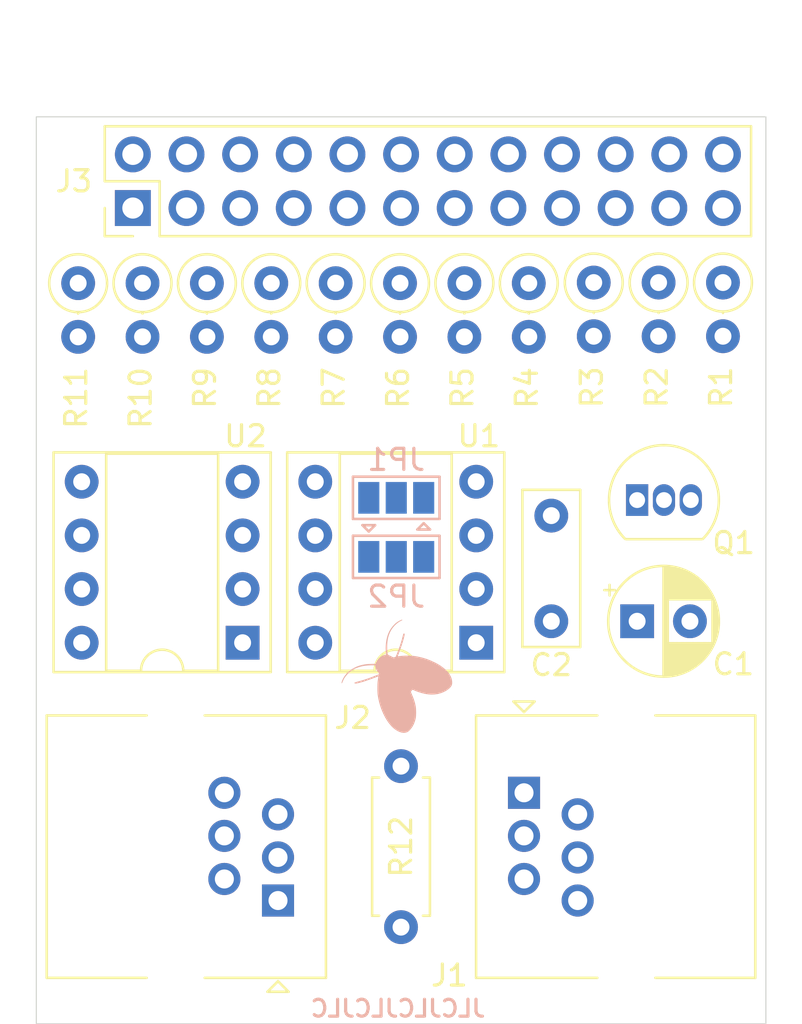
<source format=kicad_pcb>
(kicad_pcb (version 20240108) (generator "pcbnew") (generator_version "8.0")
  (layers (0 "F.Cu" signal) (31 "B.Cu" signal) (34 "B.Paste" user) (35 "F.Paste" user) (36 "B.SilkS" user "B.Silkscreen") (37 "F.SilkS" user "F.Silkscreen") (38 "B.Mask" user) (39 "F.Mask" user) (44 "Edge.Cuts" user))
  (net 0 "")
  (net 1 "+5V")
  (net 2 "GND")
  (net 3 "/BUS_SHORT_6")
  (net 4 "/RS485_B")
  (net 5 "/BUS_SHORT_1")
  (net 6 "/RS485_A")
  (net 7 "/SW_7")
  (net 8 "/SW_3")
  (net 9 "/SW_2")
  (net 10 "/SW_4")
  (net 11 "/LED-")
  (net 12 "/SW_6")
  (net 13 "/SW_8")
  (net 14 "/SW_1")
  (net 15 "/LED+")
  (net 16 "/SW_5")
  (net 17 "/PB2")
  (net 18 "/PB1")
  (net 19 "Net-(JP1-C)")
  (net 20 "Net-(JP2-C)")
  (net 21 "/PB5")
  (net 22 "/PB4")
  (net 23 "/PB0")
  (net 24 "/PB3")
  (footprint "Package_DIP:DIP-8_W7.62mm_Socket" (layer "F.Cu") (at 165.608 68.58 180)
    (property "Reference" "U1" (at -0.127 9.779 180) (layer "F.SilkS"))
    (property "Value" "ATtiny13A-P")
    (fp_line (start 8.95 9.01) (end 8.95 -1.39) (stroke (width 0.12)) (layer "F.SilkS"))
    (fp_line (start 8.95 -1.39) (end -1.33 -1.39) (stroke (width 0.12)) (layer "F.SilkS"))
    (fp_line (start 6.46 8.95) (end 6.46 -1.33) (stroke (width 0.12)) (layer "F.SilkS"))
    (fp_line (start 6.46 -1.33) (end 4.81 -1.33) (stroke (width 0.12)) (layer "F.SilkS"))
    (fp_line (start 2.81 -1.33) (end 1.16 -1.33) (stroke (width 0.12)) (layer "F.SilkS"))
    (fp_line (start 1.16 8.95) (end 6.46 8.95) (stroke (width 0.12)) (layer "F.SilkS"))
    (fp_line (start 1.16 -1.33) (end 1.16 8.95) (stroke (width 0.12)) (layer "F.SilkS"))
    (fp_line (start -1.33 9.01) (end 8.95 9.01) (stroke (width 0.12)) (layer "F.SilkS"))
    (fp_line (start -1.33 -1.39) (end -1.33 9.01) (stroke (width 0.12)) (layer "F.SilkS"))
    (fp_arc (start 4.81 -1.33) (mid 3.81 -0.33) (end 2.81 -1.33) (stroke (width 0.12)) (layer "F.SilkS"))
    (pad "1" thru_hole rect (at 0 0 180) (size 1.6 1.6) (drill 0.8) (layers "*.Cu" "*.Mask"))
    (pad "2" thru_hole oval (at 0 2.54 180) (size 1.6 1.6) (drill 0.8) (layers "*.Cu" "*.Mask") (net 24 "/PB3"))
    (pad "3" thru_hole oval (at 0 5.08 180) (size 1.6 1.6) (drill 0.8) (layers "*.Cu" "*.Mask") (net 22 "/PB4"))
    (pad "4" thru_hole oval (at 0 7.62 180) (size 1.6 1.6) (drill 0.8) (layers "*.Cu" "*.Mask") (net 2 "GND"))
    (pad "5" thru_hole oval (at 7.62 7.62 180) (size 1.6 1.6) (drill 0.8) (layers "*.Cu" "*.Mask") (net 23 "/PB0"))
    (pad "6" thru_hole oval (at 7.62 5.08 180) (size 1.6 1.6) (drill 0.8) (layers "*.Cu" "*.Mask") (net 18 "/PB1"))
    (pad "7" thru_hole oval (at 7.62 2.54 180) (size 1.6 1.6) (drill 0.8) (layers "*.Cu" "*.Mask") (net 17 "/PB2"))
    (pad "8" thru_hole oval (at 7.62 0 180) (size 1.6 1.6) (drill 0.8) (layers "*.Cu" "*.Mask") (net 1 "+5V"))
  )
  (footprint "Resistor_THT:R_Axial_DIN0207_L6.3mm_D2.5mm_P2.54mm_Vertical" (layer "F.Cu") (at 152.8572 51.562 -90)
    (property "Reference" "R9" (at 4.95581 0.095 90) (layer "F.SilkS"))
    (property "Value" "R")
    (fp_line (start 1.37 0) (end 1.44 0) (stroke (width 0.12)) (layer "F.SilkS"))
    (fp_circle (center 0 0) (end 1.37 0) (stroke (width 0.12)) (fill none) (layer "F.SilkS"))
    (pad "1" thru_hole circle (at 0 0 270) (size 1.6 1.6) (drill 0.8) (layers "*.Cu" "*.Mask") (net 1 "+5V"))
    (pad "2" thru_hole oval (at 2.54 0 270) (size 1.6 1.6) (drill 0.8) (layers "*.Cu" "*.Mask") (net 19 "Net-(JP1-C)"))
  )
  (footprint "Connector_RJ:RJ25_Wayconn_MJEA-660X1_Horizontal" (layer "F.Cu") (at 156.224 80.782 -90)
    (property "Reference" "J2" (at -8.646 -3.536 180) (layer "F.SilkS"))
    (property "Value" "6P6C")
    (fp_line (start -8.76 10.95) (end 3.66 10.95) (stroke (width 0.12)) (layer "F.SilkS"))
    (fp_line (start -8.76 6.22) (end -8.76 10.95) (stroke (width 0.12)) (layer "F.SilkS"))
    (fp_line (start 3.66 6.22) (end 3.66 10.95) (stroke (width 0.12)) (layer "F.SilkS"))
    (fp_line (start 3.82 0) (end 4.32 0.5) (stroke (width 0.12)) (layer "F.SilkS"))
    (fp_line (start 4.32 -0.5) (end 4.32 0.5) (stroke (width 0.12)) (layer "F.SilkS"))
    (fp_line (start 4.32 -0.5) (end 3.82 0) (stroke (width 0.12)) (layer "F.SilkS"))
    (fp_line (start -8.76 -2.27) (end -8.76 3.47) (stroke (width 0.12)) (layer "F.SilkS"))
    (fp_line (start -8.76 -2.27) (end 3.66 -2.27) (stroke (width 0.12)) (layer "F.SilkS"))
    (fp_line (start 3.66 -2.27) (end 3.66 3.47) (stroke (width 0.12)) (layer "F.SilkS"))
    (pad "" np_thru_hole circle (at -8.55 4.84 270) (size 2.3 2.3) (drill 2.3) (layers "*.Cu" "*.Mask"))
    (pad "" np_thru_hole circle (at 3.45 4.84 270) (size 2.3 2.3) (drill 2.3) (layers "*.Cu" "*.Mask"))
    (pad "1" thru_hole rect (at 0 0 270) (size 1.52 1.52) (drill 0.9) (layers "*.Cu" "*.Mask") (net 5 "/BUS_SHORT_1"))
    (pad "2" thru_hole circle (at -1.02 2.54 270) (size 1.52 1.52) (drill 0.9) (layers "*.Cu" "*.Mask") (net 2 "GND"))
    (pad "3" thru_hole circle (at -2.04 0 270) (size 1.52 1.52) (drill 0.9) (layers "*.Cu" "*.Mask") (net 1 "+5V"))
    (pad "4" thru_hole circle (at -3.06 2.54 270) (size 1.52 1.52) (drill 0.9) (layers "*.Cu" "*.Mask") (net 4 "/RS485_B"))
    (pad "5" thru_hole circle (at -4.08 0 270) (size 1.52 1.52) (drill 0.9) (layers "*.Cu" "*.Mask") (net 6 "/RS485_A"))
    (pad "6" thru_hole circle (at -5.1 2.54 270) (size 1.52 1.52) (drill 0.9) (layers "*.Cu" "*.Mask") (net 3 "/BUS_SHORT_6"))
  )
  (footprint "Resistor_THT:R_Axial_DIN0207_L6.3mm_D2.5mm_P2.54mm_Vertical" (layer "F.Cu") (at 162.0012 51.562 -90)
    (property "Reference" "R6" (at 4.95581 0.095 90) (layer "F.SilkS"))
    (property "Value" "R")
    (fp_line (start 1.37 0) (end 1.44 0) (stroke (width 0.12)) (layer "F.SilkS"))
    (fp_circle (center 0 0) (end 1.37 0) (stroke (width 0.12)) (fill none) (layer "F.SilkS"))
    (pad "1" thru_hole circle (at 0 0 270) (size 1.6 1.6) (drill 0.8) (layers "*.Cu" "*.Mask") (net 12 "/SW_6"))
    (pad "2" thru_hole oval (at 2.54 0 270) (size 1.6 1.6) (drill 0.8) (layers "*.Cu" "*.Mask") (net 19 "Net-(JP1-C)"))
  )
  (footprint "Resistor_THT:R_Axial_DIN0207_L6.3mm_D2.5mm_P7.62mm_Horizontal" (layer "F.Cu") (at 162.048 82.042 90)
    (property "Reference" "R12" (at 3.81 0 270) (layer "F.SilkS"))
    (property "Value" "R")
    (fp_line (start 7.08 -1.37) (end 7.08 -1.04) (stroke (width 0.12)) (layer "F.SilkS"))
    (fp_line (start 0.54 -1.37) (end 7.08 -1.37) (stroke (width 0.12)) (layer "F.SilkS"))
    (fp_line (start 0.54 -1.04) (end 0.54 -1.37) (stroke (width 0.12)) (layer "F.SilkS"))
    (fp_line (start 0.54 1.04) (end 0.54 1.37) (stroke (width 0.12)) (layer "F.SilkS"))
    (fp_line (start 7.08 1.37) (end 7.08 1.04) (stroke (width 0.12)) (layer "F.SilkS"))
    (fp_line (start 0.54 1.37) (end 7.08 1.37) (stroke (width 0.12)) (layer "F.SilkS"))
    (pad "1" thru_hole circle (at 0 0 90) (size 1.6 1.6) (drill 0.8) (layers "*.Cu" "*.Mask") (net 6 "/RS485_A"))
    (pad "2" thru_hole oval (at 7.62 0 90) (size 1.6 1.6) (drill 0.8) (layers "*.Cu" "*.Mask") (net 4 "/RS485_B"))
  )
  (footprint "Resistor_THT:R_Axial_DIN0207_L6.3mm_D2.5mm_P2.54mm_Vertical" (layer "F.Cu") (at 174.244 51.533 -90)
    (property "Reference" "R2" (at 4.95581 0.095 90) (layer "F.SilkS"))
    (property "Value" "R")
    (fp_line (start 1.37 0) (end 1.44 0) (stroke (width 0.12)) (layer "F.SilkS"))
    (fp_circle (center 0 0) (end 1.37 0) (stroke (width 0.12)) (fill none) (layer "F.SilkS"))
    (pad "1" thru_hole circle (at 0 0 270) (size 1.6 1.6) (drill 0.8) (layers "*.Cu" "*.Mask") (net 9 "/SW_2"))
    (pad "2" thru_hole oval (at 2.54 0 270) (size 1.6 1.6) (drill 0.8) (layers "*.Cu" "*.Mask") (net 19 "Net-(JP1-C)"))
  )
  (footprint "Capacitor_THT:C_Rect_L7.2mm_W2.5mm_P5.00mm_FKS2_FKP2_MKS2_MKP2" (layer "F.Cu") (at 169.164 67.564 90)
    (property "Reference" "C2" (at -2.072 0 0) (layer "F.SilkS"))
    (property "Value" "100nF")
    (fp_line (start 6.22 -1.37) (end 6.22 1.37) (stroke (width 0.12)) (layer "F.SilkS"))
    (fp_line (start -1.22 -1.37) (end 6.22 -1.37) (stroke (width 0.12)) (layer "F.SilkS"))
    (fp_line (start -1.22 -1.37) (end -1.22 1.37) (stroke (width 0.12)) (layer "F.SilkS"))
    (fp_line (start -1.22 1.37) (end 6.22 1.37) (stroke (width 0.12)) (layer "F.SilkS"))
    (pad "1" thru_hole circle (at 0 0 90) (size 1.6 1.6) (drill 0.8) (layers "*.Cu" "*.Mask") (net 1 "+5V"))
    (pad "2" thru_hole circle (at 5 0 90) (size 1.6 1.6) (drill 0.8) (layers "*.Cu" "*.Mask") (net 2 "GND"))
  )
  (footprint "Package_TO_SOT_THT:TO-92_Inline" (layer "F.Cu") (at 173.228 61.828)
    (property "Reference" "Q1" (at 4.572 2.032 0) (layer "F.SilkS"))
    (property "Value" "2N7000")
    (fp_line (start -0.53 1.85) (end 3.07 1.85) (stroke (width 0.12)) (layer "F.SilkS"))
    (fp_arc (start -0.568478 1.838478) (mid -1.132087 -0.994977) (end 1.27 -2.6) (stroke (width 0.12)) (layer "F.SilkS"))
    (fp_arc (start 1.27 -2.6) (mid 3.672087 -0.994977) (end 3.108478 1.838478) (stroke (width 0.12)) (layer "F.SilkS"))
    (pad "1" thru_hole rect (at 0 0) (size 1.05 1.5) (drill 0.75) (layers "*.Cu" "*.Mask") (net 2 "GND"))
    (pad "2" thru_hole oval (at 1.27 0) (size 1.05 1.5) (drill 0.75) (layers "*.Cu" "*.Mask") (net 20 "Net-(JP2-C)"))
    (pad "3" thru_hole oval (at 2.54 0) (size 1.05 1.5) (drill 0.75) (layers "*.Cu" "*.Mask") (net 11 "/LED-"))
  )
  (footprint "Package_DIP:DIP-8_W7.62mm_Socket" (layer "F.Cu") (at 154.548 68.58 180)
    (property "Reference" "U2" (at -0.138 9.779 180) (layer "F.SilkS"))
    (property "Value" "MAX487E")
    (fp_line (start 8.95 9.01) (end 8.95 -1.39) (stroke (width 0.12)) (layer "F.SilkS"))
    (fp_line (start 8.95 -1.39) (end -1.33 -1.39) (stroke (width 0.12)) (layer "F.SilkS"))
    (fp_line (start 6.46 8.95) (end 6.46 -1.33) (stroke (width 0.12)) (layer "F.SilkS"))
    (fp_line (start 6.46 -1.33) (end 4.81 -1.33) (stroke (width 0.12)) (layer "F.SilkS"))
    (fp_line (start 2.81 -1.33) (end 1.16 -1.33) (stroke (width 0.12)) (layer "F.SilkS"))
    (fp_line (start 1.16 8.95) (end 6.46 8.95) (stroke (width 0.12)) (layer "F.SilkS"))
    (fp_line (start 1.16 -1.33) (end 1.16 8.95) (stroke (width 0.12)) (layer "F.SilkS"))
    (fp_line (start -1.33 9.01) (end 8.95 9.01) (stroke (width 0.12)) (layer "F.SilkS"))
    (fp_line (start -1.33 -1.39) (end -1.33 9.01) (stroke (width 0.12)) (layer "F.SilkS"))
    (fp_arc (start 4.81 -1.33) (mid 3.81 -0.33) (end 2.81 -1.33) (stroke (width 0.12)) (layer "F.SilkS"))
    (pad "1" thru_hole rect (at 0 0 180) (size 1.6 1.6) (drill 0.8) (layers "*.Cu" "*.Mask") (net 24 "/PB3"))
    (pad "2" thru_hole oval (at 0 2.54 180) (size 1.6 1.6) (drill 0.8) (layers "*.Cu" "*.Mask") (net 23 "/PB0"))
    (pad "3" thru_hole oval (at 0 5.08 180) (size 1.6 1.6) (drill 0.8) (layers "*.Cu" "*.Mask") (net 23 "/PB0"))
    (pad "4" thru_hole oval (at 0 7.62 180) (size 1.6 1.6) (drill 0.8) (layers "*.Cu" "*.Mask") (net 22 "/PB4"))
    (pad "5" thru_hole oval (at 7.62 7.62 180) (size 1.6 1.6) (drill 0.8) (layers "*.Cu" "*.Mask") (net 2 "GND"))
    (pad "6" thru_hole oval (at 7.62 5.08 180) (size 1.6 1.6) (drill 0.8) (layers "*.Cu" "*.Mask") (net 6 "/RS485_A"))
    (pad "7" thru_hole oval (at 7.62 2.54 180) (size 1.6 1.6) (drill 0.8) (layers "*.Cu" "*.Mask") (net 4 "/RS485_B"))
    (pad "8" thru_hole oval (at 7.62 0 180) (size 1.6 1.6) (drill 0.8) (layers "*.Cu" "*.Mask") (net 1 "+5V"))
  )
  (footprint "Resistor_THT:R_Axial_DIN0207_L6.3mm_D2.5mm_P2.54mm_Vertical" (layer "F.Cu") (at 149.8092 51.562 -90)
    (property "Reference" "R10" (at 5.432 0.095 90) (layer "F.SilkS"))
    (property "Value" "10k")
    (fp_line (start 1.37 0) (end 1.44 0) (stroke (width 0.12)) (layer "F.SilkS"))
    (fp_circle (center 0 0) (end 1.37 0) (stroke (width 0.12)) (fill none) (layer "F.SilkS"))
    (pad "1" thru_hole circle (at 0 0 270) (size 1.6 1.6) (drill 0.8) (layers "*.Cu" "*.Mask") (net 1 "+5V"))
    (pad "2" thru_hole oval (at 2.54 0 270) (size 1.6 1.6) (drill 0.8) (layers "*.Cu" "*.Mask") (net 21 "/PB5"))
  )
  (footprint "Resistor_THT:R_Axial_DIN0207_L6.3mm_D2.5mm_P2.54mm_Vertical" (layer "F.Cu") (at 158.9532 51.562 -90)
    (property "Reference" "R7" (at 4.95581 0.095 90) (layer "F.SilkS"))
    (property "Value" "R")
    (fp_line (start 1.37 0) (end 1.44 0) (stroke (width 0.12)) (layer "F.SilkS"))
    (fp_circle (center 0 0) (end 1.37 0) (stroke (width 0.12)) (fill none) (layer "F.SilkS"))
    (pad "1" thru_hole circle (at 0 0 270) (size 1.6 1.6) (drill 0.8) (layers "*.Cu" "*.Mask") (net 7 "/SW_7"))
    (pad "2" thru_hole oval (at 2.54 0 270) (size 1.6 1.6) (drill 0.8) (layers "*.Cu" "*.Mask") (net 19 "Net-(JP1-C)"))
  )
  (footprint "Capacitor_THT:CP_Radial_D5.0mm_P2.50mm" (layer "F.Cu") (at 173.228 67.564)
    (property "Reference" "C1" (at 4.552 2.032 0) (layer "F.SilkS"))
    (property "Value" "10uF")
    (fp_line (start -1.554775 -1.475) (end -1.054775 -1.475) (stroke (width 0.12)) (layer "F.SilkS"))
    (fp_line (start -1.304775 -1.725) (end -1.304775 -1.225) (stroke (width 0.12)) (layer "F.SilkS"))
    (fp_line (start 1.25 -2.58) (end 1.25 2.58) (stroke (width 0.12)) (layer "F.SilkS"))
    (fp_line (start 1.29 -2.58) (end 1.29 2.58) (stroke (width 0.12)) (layer "F.SilkS"))
    (fp_line (start 1.33 -2.579) (end 1.33 2.579) (stroke (width 0.12)) (layer "F.SilkS"))
    (fp_line (start 1.37 -2.578) (end 1.37 2.578) (stroke (width 0.12)) (layer "F.SilkS"))
    (fp_line (start 1.41 -2.576) (end 1.41 2.576) (stroke (width 0.12)) (layer "F.SilkS"))
    (fp_line (start 1.45 -2.573) (end 1.45 2.573) (stroke (width 0.12)) (layer "F.SilkS"))
    (fp_line (start 1.49 -2.569) (end 1.49 -1.04) (stroke (width 0.12)) (layer "F.SilkS"))
    (fp_line (start 1.49 1.04) (end 1.49 2.569) (stroke (width 0.12)) (layer "F.SilkS"))
    (fp_line (start 1.53 -2.565) (end 1.53 -1.04) (stroke (width 0.12)) (layer "F.SilkS"))
    (fp_line (start 1.53 1.04) (end 1.53 2.565) (stroke (width 0.12)) (layer "F.SilkS"))
    (fp_line (start 1.57 -2.561) (end 1.57 -1.04) (stroke (width 0.12)) (layer "F.SilkS"))
    (fp_line (start 1.57 1.04) (end 1.57 2.561) (stroke (width 0.12)) (layer "F.SilkS"))
    (fp_line (start 1.61 -2.556) (end 1.61 -1.04) (stroke (width 0.12)) (layer "F.SilkS"))
    (fp_line (start 1.61 1.04) (end 1.61 2.556) (stroke (width 0.12)) (layer "F.SilkS"))
    (fp_line (start 1.65 -2.55) (end 1.65 -1.04) (stroke (width 0.12)) (layer "F.SilkS"))
    (fp_line (start 1.65 1.04) (end 1.65 2.55) (stroke (width 0.12)) (layer "F.SilkS"))
    (fp_line (start 1.69 -2.543) (end 1.69 -1.04) (stroke (width 0.12)) (layer "F.SilkS"))
    (fp_line (start 1.69 1.04) (end 1.69 2.543) (stroke (width 0.12)) (layer "F.SilkS"))
    (fp_line (start 1.73 -2.536) (end 1.73 -1.04) (stroke (width 0.12)) (layer "F.SilkS"))
    (fp_line (start 1.73 1.04) (end 1.73 2.536) (stroke (width 0.12)) (layer "F.SilkS"))
    (fp_line (start 1.77 -2.528) (end 1.77 -1.04) (stroke (width 0.12)) (layer "F.SilkS"))
    (fp_line (start 1.77 1.04) (end 1.77 2.528) (stroke (width 0.12)) (layer "F.SilkS"))
    (fp_line (start 1.81 -2.52) (end 1.81 -1.04) (stroke (width 0.12)) (layer "F.SilkS"))
    (fp_line (start 1.81 1.04) (end 1.81 2.52) (stroke (width 0.12)) (layer "F.SilkS"))
    (fp_line (start 1.85 -2.511) (end 1.85 -1.04) (stroke (width 0.12)) (layer "F.SilkS"))
    (fp_line (start 1.85 1.04) (end 1.85 2.511) (stroke (width 0.12)) (layer "F.SilkS"))
    (fp_line (start 1.89 -2.501) (end 1.89 -1.04) (stroke (width 0.12)) (layer "F.SilkS"))
    (fp_line (start 1.89 1.04) (end 1.89 2.501) (stroke (width 0.12)) (layer "F.SilkS"))
    (fp_line (start 1.93 -2.491) (end 1.93 -1.04) (stroke (width 0.12)) (layer "F.SilkS"))
    (fp_line (start 1.93 1.04) (end 1.93 2.491) (stroke (width 0.12)) (layer "F.SilkS"))
    (fp_line (start 1.971 -2.48) (end 1.971 -1.04) (stroke (width 0.12)) (layer "F.SilkS"))
    (fp_line (start 1.971 1.04) (end 1.971 2.48) (stroke (width 0.12)) (layer "F.SilkS"))
    (fp_line (start 2.011 -2.468) (end 2.011 -1.04) (stroke (width 0.12)) (layer "F.SilkS"))
    (fp_line (start 2.011 1.04) (end 2.011 2.468) (stroke (width 0.12)) (layer "F.SilkS"))
    (fp_line (start 2.051 -2.455) (end 2.051 -1.04) (stroke (width 0.12)) (layer "F.SilkS"))
    (fp_line (start 2.051 1.04) (end 2.051 2.455) (stroke (width 0.12)) (layer "F.SilkS"))
    (fp_line (start 2.091 -2.442) (end 2.091 -1.04) (stroke (width 0.12)) (layer "F.SilkS"))
    (fp_line (start 2.091 1.04) (end 2.091 2.442) (stroke (width 0.12)) (layer "F.SilkS"))
    (fp_line (start 2.131 -2.428) (end 2.131 -1.04) (stroke (width 0.12)) (layer "F.SilkS"))
    (fp_line (start 2.131 1.04) (end 2.131 2.428) (stroke (width 0.12)) (layer "F.SilkS"))
    (fp_line (start 2.171 -2.414) (end 2.171 -1.04) (stroke (width 0.12)) (layer "F.SilkS"))
    (fp_line (start 2.171 1.04) (end 2.171 2.414) (stroke (width 0.12)) (layer "F.SilkS"))
    (fp_line (start 2.211 -2.398) (end 2.211 -1.04) (stroke (width 0.12)) (layer "F.SilkS"))
    (fp_line (start 2.211 1.04) (end 2.211 2.398) (stroke (width 0.12)) (layer "F.SilkS"))
    (fp_line (start 2.251 -2.382) (end 2.251 -1.04) (stroke (width 0.12)) (layer "F.SilkS"))
    (fp_line (start 2.251 1.04) (end 2.251 2.382) (stroke (width 0.12)) (layer "F.SilkS"))
    (fp_line (start 2.291 -2.365) (end 2.291 -1.04) (stroke (width 0.12)) (layer "F.SilkS"))
    (fp_line (start 2.291 1.04) (end 2.291 2.365) (stroke (width 0.12)) (layer "F.SilkS"))
    (fp_line (start 2.331 -2.348) (end 2.331 -1.04) (stroke (width 0.12)) (layer "F.SilkS"))
    (fp_line (start 2.331 1.04) (end 2.331 2.348) (stroke (width 0.12)) (layer "F.SilkS"))
    (fp_line (start 2.371 -2.329) (end 2.371 -1.04) (stroke (width 0.12)) (layer "F.SilkS"))
    (fp_line (start 2.371 1.04) (end 2.371 2.329) (stroke (width 0.12)) (layer "F.SilkS"))
    (fp_line (start 2.411 -2.31) (end 2.411 -1.04) (stroke (width 0.12)) (layer "F.SilkS"))
    (fp_line (start 2.411 1.04) (end 2.411 2.31) (stroke (width 0.12)) (layer "F.SilkS"))
    (fp_line (start 2.451 -2.29) (end 2.451 -1.04) (stroke (width 0.12)) (layer "F.SilkS"))
    (fp_line (start 2.451 1.04) (end 2.451 2.29) (stroke (width 0.12)) (layer "F.SilkS"))
    (fp_line (start 2.491 -2.268) (end 2.491 -1.04) (stroke (width 0.12)) (layer "F.SilkS"))
    (fp_line (start 2.491 1.04) (end 2.491 2.268) (stroke (width 0.12)) (layer "F.SilkS"))
    (fp_line (start 2.531 -2.247) (end 2.531 -1.04) (stroke (width 0.12)) (layer "F.SilkS"))
    (fp_line (start 2.531 1.04) (end 2.531 2.247) (stroke (width 0.12)) (layer "F.SilkS"))
    (fp_line (start 2.571 -2.224) (end 2.571 -1.04) (stroke (width 0.12)) (layer "F.SilkS"))
    (fp_line (start 2.571 1.04) (end 2.571 2.224) (stroke (width 0.12)) (layer "F.SilkS"))
    (fp_line (start 2.611 -2.2) (end 2.611 -1.04) (stroke (width 0.12)) (layer "F.SilkS"))
    (fp_line (start 2.611 1.04) (end 2.611 2.2) (stroke (width 0.12)) (layer "F.SilkS"))
    (fp_line (start 2.651 -2.175) (end 2.651 -1.04) (stroke (width 0.12)) (layer "F.SilkS"))
    (fp_line (start 2.651 1.04) (end 2.651 2.175) (stroke (width 0.12)) (layer "F.SilkS"))
    (fp_line (start 2.691 -2.149) (end 2.691 -1.04) (stroke (width 0.12)) (layer "F.SilkS"))
    (fp_line (start 2.691 1.04) (end 2.691 2.149) (stroke (width 0.12)) (layer "F.SilkS"))
    (fp_line (start 2.731 -2.122) (end 2.731 -1.04) (stroke (width 0.12)) (layer "F.SilkS"))
    (fp_line (start 2.731 1.04) (end 2.731 2.122) (stroke (width 0.12)) (layer "F.SilkS"))
    (fp_line (start 2.771 -2.095) (end 2.771 -1.04) (stroke (width 0.12)) (layer "F.SilkS"))
    (fp_line (start 2.771 1.04) (end 2.771 2.095) (stroke (width 0.12)) (layer "F.SilkS"))
    (fp_line (start 2.811 -2.065) (end 2.811 -1.04) (stroke (width 0.12)) (layer "F.SilkS"))
    (fp_line (start 2.811 1.04) (end 2.811 2.065) (stroke (width 0.12)) (layer "F.SilkS"))
    (fp_line (start 2.851 -2.035) (end 2.851 -1.04) (stroke (width 0.12)) (layer "F.SilkS"))
    (fp_line (start 2.851 1.04) (end 2.851 2.035) (stroke (width 0.12)) (layer "F.SilkS"))
    (fp_line (start 2.891 -2.004) (end 2.891 -1.04) (stroke (width 0.12)) (layer "F.SilkS"))
    (fp_line (start 2.891 1.04) (end 2.891 2.004) (stroke (width 0.12)) (layer "F.SilkS"))
    (fp_line (start 2.931 -1.971) (end 2.931 -1.04) (stroke (width 0.12)) (layer "F.SilkS"))
    (fp_line (start 2.931 1.04) (end 2.931 1.971) (stroke (width 0.12)) (layer "F.SilkS"))
    (fp_line (start 2.971 -1.937) (end 2.971 -1.04) (stroke (width 0.12)) (layer "F.SilkS"))
    (fp_line (start 2.971 1.04) (end 2.971 1.937) (stroke (width 0.12)) (layer "F.SilkS"))
    (fp_line (start 3.011 -1.901) (end 3.011 -1.04) (stroke (width 0.12)) (layer "F.SilkS"))
    (fp_line (start 3.011 1.04) (end 3.011 1.901) (stroke (width 0.12)) (layer "F.SilkS"))
    (fp_line (start 3.051 -1.864) (end 3.051 -1.04) (stroke (width 0.12)) (layer "F.SilkS"))
    (fp_line (start 3.051 1.04) (end 3.051 1.864) (stroke (width 0.12)) (layer "F.SilkS"))
    (fp_line (start 3.091 -1.826) (end 3.091 -1.04) (stroke (width 0.12)) (layer "F.SilkS"))
    (fp_line (start 3.091 1.04) (end 3.091 1.826) (stroke (width 0.12)) (layer "F.SilkS"))
    (fp_line (start 3.131 -1.785) (end 3.131 -1.04) (stroke (width 0.12)) (layer "F.SilkS"))
    (fp_line (start 3.131 1.04) (end 3.131 1.785) (stroke (width 0.12)) (layer "F.SilkS"))
    (fp_line (start 3.171 -1.743) (end 3.171 -1.04) (stroke (width 0.12)) (layer "F.SilkS"))
    (fp_line (start 3.171 1.04) (end 3.171 1.743) (stroke (width 0.12)) (layer "F.SilkS"))
    (fp_line (start 3.211 -1.699) (end 3.211 -1.04) (stroke (width 0.12)) (layer "F.SilkS"))
    (fp_line (start 3.211 1.04) (end 3.211 1.699) (stroke (width 0.12)) (layer "F.SilkS"))
    (fp_line (start 3.251 -1.653) (end 3.251 -1.04) (stroke (width 0.12)) (layer "F.SilkS"))
    (fp_line (start 3.251 1.04) (end 3.251 1.653) (stroke (width 0.12)) (layer "F.SilkS"))
    (fp_line (start 3.291 -1.605) (end 3.291 -1.04) (stroke (width 0.12)) (layer "F.SilkS"))
    (fp_line (start 3.291 1.04) (end 3.291 1.605) (stroke (width 0.12)) (layer "F.SilkS"))
    (fp_line (start 3.331 -1.554) (end 3.331 -1.04) (stroke (width 0.12)) (layer "F.SilkS"))
    (fp_line (start 3.331 1.04) (end 3.331 1.554) (stroke (width 0.12)) (layer "F.SilkS"))
    (fp_line (start 3.371 -1.5) (end 3.371 -1.04) (stroke (width 0.12)) (layer "F.SilkS"))
    (fp_line (start 3.371 1.04) (end 3.371 1.5) (stroke (width 0.12)) (layer "F.SilkS"))
    (fp_line (start 3.411 -1.443) (end 3.411 -1.04) (stroke (width 0.12)) (layer "F.SilkS"))
    (fp_line (start 3.411 1.04) (end 3.411 1.443) (stroke (width 0.12)) (layer "F.SilkS"))
    (fp_line (start 3.451 -1.383) (end 3.451 -1.04) (stroke (width 0.12)) (layer "F.SilkS"))
    (fp_line (start 3.451 1.04) (end 3.451 1.383) (stroke (width 0.12)) (layer "F.SilkS"))
    (fp_line (start 3.491 -1.319) (end 3.491 -1.04) (stroke (width 0.12)) (layer "F.SilkS"))
    (fp_line (start 3.491 1.04) (end 3.491 1.319) (stroke (width 0.12)) (layer "F.SilkS"))
    (fp_line (start 3.531 -1.251) (end 3.531 -1.04) (stroke (width 0.12)) (layer "F.SilkS"))
    (fp_line (start 3.531 1.04) (end 3.531 1.251) (stroke (width 0.12)) (layer "F.SilkS"))
    (fp_line (start 3.571 -1.178) (end 3.571 1.178) (stroke (width 0.12)) (layer "F.SilkS"))
    (fp_line (start 3.611 -1.098) (end 3.611 1.098) (stroke (width 0.12)) (layer "F.SilkS"))
    (fp_line (start 3.651 -1.011) (end 3.651 1.011) (stroke (width 0.12)) (layer "F.SilkS"))
    (fp_line (start 3.691 -0.915) (end 3.691 0.915) (stroke (width 0.12)) (layer "F.SilkS"))
    (fp_line (start 3.731 -0.805) (end 3.731 0.805) (stroke (width 0.12)) (layer "F.SilkS"))
    (fp_line (start 3.771 -0.677) (end 3.771 0.677) (stroke (width 0.12)) (layer "F.SilkS"))
    (fp_line (start 3.811 -0.518) (end 3.811 0.518) (stroke (width 0.12)) (layer "F.SilkS"))
    (fp_line (start 3.851 -0.284) (end 3.851 0.284) (stroke (width 0.12)) (layer "F.SilkS"))
    (fp_circle (center 1.25 0) (end 3.87 0) (stroke (width 0.12)) (fill none) (layer "F.SilkS"))
    (pad "1" thru_hole rect (at 0 0) (size 1.6 1.6) (drill 0.8) (layers "*.Cu" "*.Mask") (net 1 "+5V"))
    (pad "2" thru_hole circle (at 2.5 0) (size 1.6 1.6) (drill 0.8) (layers "*.Cu" "*.Mask") (net 2 "GND"))
  )
  (footprint "Resistor_THT:R_Axial_DIN0207_L6.3mm_D2.5mm_P2.54mm_Vertical" (layer "F.Cu") (at 177.292 51.533 -90)
    (property "Reference" "R1" (at 4.95581 0.095 90) (layer "F.SilkS"))
    (property "Value" "R")
    (fp_line (start 1.37 0) (end 1.44 0) (stroke (width 0.12)) (layer "F.SilkS"))
    (fp_circle (center 0 0) (end 1.37 0) (stroke (width 0.12)) (fill none) (layer "F.SilkS"))
    (pad "1" thru_hole circle (at 0 0 270) (size 1.6 1.6) (drill 0.8) (layers "*.Cu" "*.Mask") (net 14 "/SW_1"))
    (pad "2" thru_hole oval (at 2.54 0 270) (size 1.6 1.6) (drill 0.8) (layers "*.Cu" "*.Mask") (net 19 "Net-(JP1-C)"))
  )
  (footprint "Resistor_THT:R_Axial_DIN0207_L6.3mm_D2.5mm_P2.54mm_Vertical" (layer "F.Cu") (at 171.1732 51.533 -90)
    (property "Reference" "R3" (at 4.95581 0.095 90) (layer "F.SilkS"))
    (property "Value" "R")
    (fp_line (start 1.37 0) (end 1.44 0) (stroke (width 0.12)) (layer "F.SilkS"))
    (fp_circle (center 0 0) (end 1.37 0) (stroke (width 0.12)) (fill none) (layer "F.SilkS"))
    (pad "1" thru_hole circle (at 0 0 270) (size 1.6 1.6) (drill 0.8) (layers "*.Cu" "*.Mask") (net 8 "/SW_3"))
    (pad "2" thru_hole oval (at 2.54 0 270) (size 1.6 1.6) (drill 0.8) (layers "*.Cu" "*.Mask") (net 19 "Net-(JP1-C)"))
  )
  (footprint "Connector_RJ:RJ25_Wayconn_MJEA-660X1_Horizontal" (layer "F.Cu") (at 167.872 75.682 90)
    (property "Reference" "J1" (at -8.646 -3.534 0) (layer "F.SilkS"))
    (property "Value" "6P6C")
    (fp_line (start 3.66 -2.27) (end 3.66 3.47) (stroke (width 0.12)) (layer "F.SilkS"))
    (fp_line (start -8.76 -2.27) (end 3.66 -2.27) (stroke (width 0.12)) (layer "F.SilkS"))
    (fp_line (start -8.76 -2.27) (end -8.76 3.47) (stroke (width 0.12)) (layer "F.SilkS"))
    (fp_line (start 4.32 -0.5) (end 3.82 0) (stroke (width 0.12)) (layer "F.SilkS"))
    (fp_line (start 4.32 -0.5) (end 4.32 0.5) (stroke (width 0.12)) (layer "F.SilkS"))
    (fp_line (start 3.82 0) (end 4.32 0.5) (stroke (width 0.12)) (layer "F.SilkS"))
    (fp_line (start 3.66 6.22) (end 3.66 10.95) (stroke (width 0.12)) (layer "F.SilkS"))
    (fp_line (start -8.76 6.22) (end -8.76 10.95) (stroke (width 0.12)) (layer "F.SilkS"))
    (fp_line (start -8.76 10.95) (end 3.66 10.95) (stroke (width 0.12)) (layer "F.SilkS"))
    (pad "" np_thru_hole circle (at -8.55 4.84 90) (size 2.3 2.3) (drill 2.3) (layers "*.Cu" "*.Mask"))
    (pad "" np_thru_hole circle (at 3.45 4.84 90) (size 2.3 2.3) (drill 2.3) (layers "*.Cu" "*.Mask"))
    (pad "1" thru_hole rect (at 0 0 90) (size 1.52 1.52) (drill 0.9) (layers "*.Cu" "*.Mask") (net 5 "/BUS_SHORT_1"))
    (pad "2" thru_hole circle (at -1.02 2.54 90) (size 1.52 1.52) (drill 0.9) (layers "*.Cu" "*.Mask") (net 2 "GND"))
    (pad "3" thru_hole circle (at -2.04 0 90) (size 1.52 1.52) (drill 0.9) (layers "*.Cu" "*.Mask") (net 1 "+5V"))
    (pad "4" thru_hole circle (at -3.06 2.54 90) (size 1.52 1.52) (drill 0.9) (layers "*.Cu" "*.Mask") (net 4 "/RS485_B"))
    (pad "5" thru_hole circle (at -4.08 0 90) (size 1.52 1.52) (drill 0.9) (layers "*.Cu" "*.Mask") (net 6 "/RS485_A"))
    (pad "6" thru_hole circle (at -5.1 2.54 90) (size 1.52 1.52) (drill 0.9) (layers "*.Cu" "*.Mask") (net 3 "/BUS_SHORT_6"))
  )
  (footprint "Resistor_THT:R_Axial_DIN0207_L6.3mm_D2.5mm_P2.54mm_Vertical" (layer "F.Cu") (at 155.9052 51.562 -90)
    (property "Reference" "R8" (at 4.95581 0.095 90) (layer "F.SilkS"))
    (property "Value" "R")
    (fp_line (start 1.37 0) (end 1.44 0) (stroke (width 0.12)) (layer "F.SilkS"))
    (fp_circle (center 0 0) (end 1.37 0) (stroke (width 0.12)) (fill none) (layer "F.SilkS"))
    (pad "1" thru_hole circle (at 0 0 270) (size 1.6 1.6) (drill 0.8) (layers "*.Cu" "*.Mask") (net 13 "/SW_8"))
    (pad "2" thru_hole oval (at 2.54 0 270) (size 1.6 1.6) (drill 0.8) (layers "*.Cu" "*.Mask") (net 19 "Net-(JP1-C)"))
  )
  (footprint "Connector_PinHeader_2.54mm:PinHeader_2x12_P2.54mm_Vertical" (layer "F.Cu") (at 149.352 48.006 90)
    (property "Reference" "J3" (at 1.27 -2.794 0) (layer "F.SilkS"))
    (property "Value" "Conn_02x12_Odd_Even")
    (fp_line (start 3.87 -1.33) (end 3.87 29.27) (stroke (width 0.12)) (layer "F.SilkS"))
    (fp_line (start 1.27 -1.33) (end 3.87 -1.33) (stroke (width 0.12)) (layer "F.SilkS"))
    (fp_line (start -1.33 -1.33) (end 0 -1.33) (stroke (width 0.12)) (layer "F.SilkS"))
    (fp_line (start -1.33 0) (end -1.33 -1.33) (stroke (width 0.12)) (layer "F.SilkS"))
    (fp_line (start 1.27 1.27) (end 1.27 -1.33) (stroke (width 0.12)) (layer "F.SilkS"))
    (fp_line (start -1.33 1.27) (end 1.27 1.27) (stroke (width 0.12)) (layer "F.SilkS"))
    (fp_line (start -1.33 1.27) (end -1.33 29.27) (stroke (width 0.12)) (layer "F.SilkS"))
    (fp_line (start -1.33 29.27) (end 3.87 29.27) (stroke (width 0.12)) (layer "F.SilkS"))
    (pad "1" thru_hole rect (at 0 0 90) (size 1.7 1.7) (drill 1) (layers "*.Cu" "*.Mask") (net 15 "/LED+"))
    (pad "2" thru_hole oval (at 2.54 0 90) (size 1.7 1.7) (drill 1) (layers "*.Cu" "*.Mask") (net 11 "/LED-"))
    (pad "3" thru_hole oval (at 0 2.54 90) (size 1.7 1.7) (drill 1) (layers "*.Cu" "*.Mask") (net 1 "+5V"))
    (pad "4" thru_hole oval (at 2.54 2.54 90) (size 1.7 1.7) (drill 1) (layers "*.Cu" "*.Mask") (net 2 "GND"))
    (pad "5" thru_hole oval (at 0 5.08 90) (size 1.7 1.7) (drill 1) (layers "*.Cu" "*.Mask") (net 1 "+5V"))
    (pad "6" thru_hole oval (at 2.54 5.08 90) (size 1.7 1.7) (drill 1) (layers "*.Cu" "*.Mask") (net 2 "GND"))
    (pad "7" thru_hole oval (at 0 7.62 90) (size 1.7 1.7) (drill 1) (layers "*.Cu" "*.Mask") (net 1 "+5V"))
    (pad "8" thru_hole oval (at 2.54 7.62 90) (size 1.7 1.7) (drill 1) (layers "*.Cu" "*.Mask") (net 2 "GND"))
    (pad "9" thru_hole oval (at 0 10.16 90) (size 1.7 1.7) (drill 1) (layers "*.Cu" "*.Mask") (net 13 "/SW_8"))
    (pad "10" thru_hole oval (at 2.54 10.16 90) (size 1.7 1.7) (drill 1) (layers "*.Cu" "*.Mask") (net 2 "GND"))
    (pad "11" thru_hole oval (at 0 12.7 90) (size 1.7 1.7) (drill 1) (layers "*.Cu" "*.Mask") (net 7 "/SW_7"))
    (pad "12" thru_hole oval (at 2.54 12.7 90) (size 1.7 1.7) (drill 1) (layers "*.Cu" "*.Mask") (net 2 "GND"))
    (pad "13" thru_hole oval (at 0 15.24 90) (size 1.7 1.7) (drill 1) (layers "*.Cu" "*.Mask") (net 12 "/SW_6"))
    (pad "14" thru_hole oval (at 2.54 15.24 90) (size 1.7 1.7) (drill 1) (layers "*.Cu" "*.Mask") (net 2 "GND"))
    (pad "15" thru_hole oval (at 0 17.78 90) (size 1.7 1.7) (drill 1) (layers "*.Cu" "*.Mask") (net 16 "/SW_5"))
    (pad "16" thru_hole oval (at 2.54 17.78 90) (size 1.7 1.7) (drill 1) (layers "*.Cu" "*.Mask") (net 2 "GND"))
    (pad "17" thru_hole oval (at 0 20.32 90) (size 1.7 1.7) (drill 1) (layers "*.Cu" "*.Mask") (net 10 "/SW_4"))
    (pad "18" thru_hole oval (at 2.54 20.32 90) (size 1.7 1.7) (drill 1) (layers "*.Cu" "*.Mask") (net 2 "GND"))
    (pad "19" thru_hole oval (at 0 22.86 90) (size 1.7 1.7) (drill 1) (layers "*.Cu" "*.Mask") (net 8 "/SW_3"))
    (pad "20" thru_hole oval (at 2.54 22.86 90) (size 1.7 1.7) (drill 1) (layers "*.Cu" "*.Mask") (net 2 "GND"))
    (pad "21" thru_hole oval (at 0 25.4 90) (size 1.7 1.7) (drill 1) (layers "*.Cu" "*.Mask") (net 9 "/SW_2"))
    (pad "22" thru_hole oval (at 2.54 25.4 90) (size 1.7 1.7) (drill 1) (layers "*.Cu" "*.Mask") (net 2 "GND"))
    (pad "23" thru_hole oval (at 0 27.94 90) (size 1.7 1.7) (drill 1) (layers "*.Cu" "*.Mask") (net 14 "/SW_1"))
    (pad "24" thru_hole oval (at 2.54 27.94 90) (size 1.7 1.7) (drill 1) (layers "*.Cu" "*.Mask") (net 2 "GND"))
  )
  (footprint "Resistor_THT:R_Axial_DIN0207_L6.3mm_D2.5mm_P2.54mm_Vertical" (layer "F.Cu") (at 168.0972 51.562 -90)
    (property "Reference" "R4" (at 4.95581 0.095 90) (layer "F.SilkS"))
    (property "Value" "R")
    (fp_line (start 1.37 0) (end 1.44 0) (stroke (width 0.12)) (layer "F.SilkS"))
    (fp_circle (center 0 0) (end 1.37 0) (stroke (width 0.12)) (fill none) (layer "F.SilkS"))
    (pad "1" thru_hole circle (at 0 0 270) (size 1.6 1.6) (drill 0.8) (layers "*.Cu" "*.Mask") (net 10 "/SW_4"))
    (pad "2" thru_hole oval (at 2.54 0 270) (size 1.6 1.6) (drill 0.8) (layers "*.Cu" "*.Mask") (net 19 "Net-(JP1-C)"))
  )
  (footprint "Resistor_THT:R_Axial_DIN0207_L6.3mm_D2.5mm_P2.54mm_Vertical" (layer "F.Cu") (at 146.7612 51.562 -90)
    (property "Reference" "R11" (at 5.432 0.095 90) (layer "F.SilkS"))
    (property "Value" "R")
    (fp_line (start 1.37 0) (end 1.44 0) (stroke (width 0.12)) (layer "F.SilkS"))
    (fp_circle (center 0 0) (end 1.37 0) (stroke (width 0.12)) (fill none) (layer "F.SilkS"))
    (pad "1" thru_hole circle (at 0 0 270) (size 1.6 1.6) (drill 0.8) (layers "*.Cu" "*.Mask") (net 15 "/LED+"))
    (pad "2" thru_hole oval (at 2.54 0 270) (size 1.6 1.6) (drill 0.8) (layers "*.Cu" "*.Mask") (net 1 "+5V"))
  )
  (footprint "Resistor_THT:R_Axial_DIN0207_L6.3mm_D2.5mm_P2.54mm_Vertical" (layer "F.Cu") (at 165.0492 51.562 -90)
    (property "Reference" "R5" (at 4.95581 0.095 90) (layer "F.SilkS"))
    (property "Value" "R")
    (fp_line (start 1.37 0) (end 1.44 0) (stroke (width 0.12)) (layer "F.SilkS"))
    (fp_circle (center 0 0) (end 1.37 0) (stroke (width 0.12)) (fill none) (layer "F.SilkS"))
    (pad "1" thru_hole circle (at 0 0 270) (size 1.6 1.6) (drill 0.8) (layers "*.Cu" "*.Mask") (net 16 "/SW_5"))
    (pad "2" thru_hole oval (at 2.54 0 270) (size 1.6 1.6) (drill 0.8) (layers "*.Cu" "*.Mask") (net 19 "Net-(JP1-C)"))
  )
  (footprint "Jumper:SolderJumper-3_P1.3mm_Open_Pad1.0x1.5mm" (layer "B.Cu") (at 161.822 64.516)
    (property "Reference" "JP2" (at 0 1.8796 360) (layer "B.SilkS") (effects (justify mirror)))
    (property "Value" "PWM/SIMPLE")
    (fp_line (start -2.05 -1) (end 2.05 -1) (stroke (width 0.12)) (layer "B.SilkS"))
    (fp_line (start -2.05 1) (end -2.05 -1) (stroke (width 0.12)) (layer "B.SilkS"))
    (fp_line (start -1.6 -1.5) (end -1.3 -1.2) (stroke (width 0.12)) (layer "B.SilkS"))
    (fp_line (start -1 -1.5) (end -1.6 -1.5) (stroke (width 0.12)) (layer "B.SilkS"))
    (fp_line (start -1 -1.5) (end -1.3 -1.2) (stroke (width 0.12)) (layer "B.SilkS"))
    (fp_line (start 2.05 -1) (end 2.05 1) (stroke (width 0.12)) (layer "B.SilkS"))
    (fp_line (start 2.05 1) (end -2.05 1) (stroke (width 0.12)) (layer "B.SilkS"))
    (pad "1" smd rect (at -1.3 0) (size 1 1.5) (layers "B.Cu" "B.Mask") (net 18 "/PB1"))
    (pad "2" smd rect (at 0 0) (size 1 1.5) (layers "B.Cu" "B.Mask") (net 20 "Net-(JP2-C)"))
    (pad "3" smd rect (at 1.3 0) (size 1 1.5) (layers "B.Cu" "B.Mask") (net 17 "/PB2"))
  )
  (footprint "Jumper:SolderJumper-3_P1.3mm_Open_Pad1.0x1.5mm" (layer "B.Cu") (at 161.822 61.722 180)
    (property "Reference" "JP1" (at 0 1.8 180) (layer "B.SilkS") (effects (justify mirror)))
    (property "Value" "INT/ADC")
    (fp_line (start 2.05 1) (end -2.05 1) (stroke (width 0.12)) (layer "B.SilkS"))
    (fp_line (start 2.05 -1) (end 2.05 1) (stroke (width 0.12)) (layer "B.SilkS"))
    (fp_line (start -1 -1.5) (end -1.3 -1.2) (stroke (width 0.12)) (layer "B.SilkS"))
    (fp_line (start -1 -1.5) (end -1.6 -1.5) (stroke (width 0.12)) (layer "B.SilkS"))
    (fp_line (start -1.6 -1.5) (end -1.3 -1.2) (stroke (width 0.12)) (layer "B.SilkS"))
    (fp_line (start -2.05 1) (end -2.05 -1) (stroke (width 0.12)) (layer "B.SilkS"))
    (fp_line (start -2.05 -1) (end 2.05 -1) (stroke (width 0.12)) (layer "B.SilkS"))
    (pad "1" smd rect (at -1.3 0 180) (size 1 1.5) (layers "B.Cu" "B.Mask") (net 17 "/PB2"))
    (pad "2" smd rect (at 0 0 180) (size 1 1.5) (layers "B.Cu" "B.Mask") (net 19 "Net-(JP1-C)"))
    (pad "3" smd rect (at 1.3 0 180) (size 1 1.5) (layers "B.Cu" "B.Mask") (net 18 "/PB1"))
  )
  (footprint "LOGO" (layer "B.Cu") (at 162.052 70.358 180)
    (property "Reference" "G***" (hide yes))
    (property "Value" "LOGO" (hide yes))
    (fp_poly (pts (xy -0.012269 2.862058) (xy 0.031718 2.845332) (xy 0.082904 2.819681) (xy 0.138219 2.786924) (xy 0.194593 2.748883) (xy 0.248957 2.707376) (xy 0.29824 2.664225) (xy 0.299049 2.663456) (xy 0.398906 2.558145) (xy 0.484876 2.445037) (xy 0.557371 2.323119) (xy 0.616802 2.191381) (xy 0.663582 2.048811) (xy 0.698123 1.894395) (xy 0.720837 1.727122) (xy 0.729718 1.605917) (xy 0.731431 1.561133) (xy 0.731778 1.517032) (xy 0.730596 1.4702) (xy 0.72772 1.417219) (xy 0.722986 1.354672) (xy 0.716231 1.279144) (xy 0.711837 1.23332) (xy 0.713942 1.223393) (xy 0.724724 1.215225) (xy 0.747549 1.207042) (xy 0.776041 1.199467) (xy 0.813457 1.189043) (xy 0.847945 1.17756) (xy 0.871812 1.167607) (xy 0.953197 1.117222) (xy 1.029427 1.054123) (xy 1.096812 0.982045) (xy 1.151659 0.904723) (xy 1.175721 0.860104) (xy 1.214105 0.779465) (xy 1.351551 0.779084) (xy 1.521697 0.773954) (xy 1.678316 0.759235) (xy 1.823779 0.734462) (xy 1.960454 0.699166) (xy 2.090712 0.652881) (xy 2.171581 0.61738) (xy 2.292732 0.552272) (xy 2.405666 0.475816) (xy 2.508816 0.389695) (xy 2.600615 0.29559) (xy 2.679498 0.195186) (xy 2.7439 0.090165) (xy 2.792253 -0.017791) (xy 2.808371 -0.066922) (xy 2.817863 -0.108232) (xy 2.818925 -0.134038) (xy 2.813117 -0.144194) (xy 2.802001 -0.138558) (xy 2.787138 -0.116986) (xy 2.77009 -0.079336) (xy 2.766871 -0.070731) (xy 2.72617 0.026115) (xy 2.676536 0.115284) (xy 2.615511 0.2004) (xy 2.540639 0.28509) (xy 2.494758 0.330796) (xy 2.387494 0.423272) (xy 2.272752 0.501422) (xy 2.148674 0.566201) (xy 2.013403 0.618566) (xy 1.865084 0.659474) (xy 1.850217 0.662805) (xy 1.763828 0.679786) (xy 1.677279 0.692388) (xy 1.585895 0.701074) (xy 1.484999 0.706307) (xy 1.388857 0.708377) (xy 1.224576 0.710137) (xy 1.213123 0.645996) (xy 1.205887 0.608628) (xy 1.198253 0.574105) (xy 1.192335 0.551528) (xy 1.177515 0.51493) (xy 1.154002 0.469877) (xy 1.125004 0.421846) (xy 1.093734 0.376315) (xy 1.076727 0.354319) (xy 1.056442 0.328874) (xy 1.041707 0.309352) (xy 1.035469 0.299674) (xy 1.035426 0.299427) (xy 1.043992 0.292241) (xy 1.06924 0.279456) (xy 1.110489 0.261349) (xy 1.167063 0.238194) (xy 1.238281 0.210267) (xy 1.323466 0.177842) (xy 1.421938 0.141195) (xy 1.461508 0.126656) (xy 1.599352 0.07779) (xy 1.736411 0.0323) (xy 1.867994 -0.008329) (xy 1.989408 -0.042608) (xy 2.024773 -0.051847) (xy 2.076989 -0.065563) (xy 2.123458 -0.078474) (xy 2.161078 -0.089663) (xy 2.18675 -0.098211) (xy 2.197022 -0.102843) (xy 2.205844 -0.119445) (xy 2.206449 -0.132062) (xy 2.201874 -0.143816) (xy 2.189325 -0.150252) (xy 2.164082 -0.153473) (xy 2.157419 -0.153897) (xy 2.120951 -0.152093) (xy 2.069189 -0.143688) (xy 2.003742 -0.129154) (xy 1.926224 -0.108961) (xy 1.838245 -0.083582) (xy 1.741416 -0.053488) (xy 1.63735 -0.01915) (xy 1.527658 0.018959) (xy 1.41395 0.06037) (xy 1.374459 0.075194) (xy 1.289886 0.107139) (xy 1.221358 0.132917) (xy 1.16781 0.152922) (xy 1.128176 0.167549) (xy 1.101391 0.177192) (xy 1.086388 0.182244) (xy 1.082299 0.183261) (xy 1.080843 0.174749) (xy 1.082224 0.151252) (xy 1.086079 0.11583) (xy 1.092044 0.071543) (xy 1.099757 0.021451) (xy 1.105704 -0.013744) (xy 1.111338 -0.057523) (xy 1.115883 -0.116036) (xy 1.119313 -0.185723) (xy 1.121607 -0.263023) (xy 1.12274 -0.344375) (xy 1.122688 -0.426218) (xy 1.121429 -0.504992) (xy 1.118937 -0.577136) (xy 1.115191 -0.639089) (xy 1.110174 -0.687229) (xy 1.076856 -0.879189) (xy 1.031807 -1.068916) (xy 0.975867 -1.254503) (xy 0.909879 -1.434043) (xy 0.834683 -1.60563) (xy 0.751123 -1.767357) (xy 0.660039 -1.917316) (xy 0.562273 -2.0536) (xy 0.458667 -2.174303) (xy 0.449559 -2.183844) (xy 0.361037 -2.267583) (xy 0.269219 -2.338996) (xy 0.175737 -2.397333) (xy 0.082222 -2.441845) (xy -0.009694 -2.471785) (xy -0.098379 -2.486402) (xy -0.182203 -2.484947) (xy -0.200481 -2.482285) (xy -0.261291 -2.466918) (xy -0.314642 -2.441579) (xy -0.366355 -2.403222) (xy -0.386276 -2.385086) (xy -0.473094 -2.290032) (xy -0.547824 -2.181455) (xy -0.610227 -2.059812) (xy -0.660066 -1.92556) (xy -0.693636 -1.795959) (xy -0.700897 -1.748593) (xy -0.706179 -1.687175) (xy -0.709484 -1.615874) (xy -0.710815 -1.538857) (xy -0.710177 -1.46029) (xy -0.707572 -1.384342) (xy -0.703003 -1.31518) (xy -0.696475 -1.256971) (xy -0.69319 -1.237013) (xy -0.662874 -1.096115) (xy -0.624875 -0.960782) (xy -0.577269 -0.824888) (xy -0.521063 -0.688945) (xy -0.501826 -0.644012) (xy -0.485636 -0.603772) (xy -0.473848 -0.571782) (xy -0.467817 -0.5516) (xy -0.467316 -0.547861) (xy -0.472908 -0.530388) (xy -0.487276 -0.505921) (xy -0.5 -0.488876) (xy -0.528049 -0.460441) (xy -0.551562 -0.4494) (xy -0.571055 -0.455533) (xy -0.57315 -0.457414) (xy -0.587747 -0.466277) (xy -0.616962 -0.479817) (xy -0.658016 -0.496937) (xy -0.708133 -0.516538) (xy -0.764538 -0.537523) (xy -0.824454 -0.558794) (xy -0.861459 -0.571413) (xy -0.975923 -0.605793) (xy -1.097223 -0.635064) (xy -1.217296 -0.657445) (xy -1.301871 -0.668656) (xy -1.453478 -0.676751) (xy -1.602424 -0.669266) (xy -1.747014 -0.646692) (xy -1.885553 -0.60952) (xy -2.016344 -0.558241) (xy -2.137692 -0.493344) (xy -2.247901 -0.415321) (xy -2.284058 -0.384529) (xy -2.339918 -0.328556) (xy -2.379694 -0.273644) (xy -2.405075 -0.216385) (xy -2.41775 -0.153374) (xy -2.419965 -0.110386) (xy -2.411508 -0.003917) (xy -2.385071 0.101532) (xy -2.34099 0.205565) (xy -2.2796 0.307788) (xy -2.201237 0.407808) (xy -2.106237 0.50523) (xy -1.994936 0.599659) (xy -1.867668 0.690702) (xy -1.72477 0.777964) (xy -1.612436 0.838208) (xy -1.409234 0.933448) (xy -1.206142 1.01199) (xy -0.999536 1.074978) (xy -0.785793 1.12355) (xy -0.618507 1.151222) (xy -0.550131 1.15857) (xy -0.468193 1.163672) (xy -0.377319 1.166526) (xy -0.282136 1.167127) (xy -0.187271 1.165474) (xy -0.097349 1.161563) (xy -0.016996 1.155392) (xy 0.016907 1.151615) (xy 0.0627 1.145933) (xy 0.102134 1.141197) (xy 0.131546 1.137836) (xy 0.14727 1.136278) (xy 0.148549 1.136219) (xy 0.152308 1.136675) (xy 0.154225 1.139439) (xy 0.153632 1.146612) (xy 0.149861 1.160292) (xy 0.142243 1.182577) (xy 0.13011 1.215567) (xy 0.112795 1.261359) (xy 0.08963 1.322054) (xy 0.088201 1.325791) (xy 0.049925 1.428412) (xy 0.012405 1.533718) (xy -0.023597 1.63925) (xy -0.057314 1.74255) (xy -0.087982 1.841159) (xy -0.114836 1.932618) (xy -0.137112 2.014468) (xy -0.154046 2.084251) (xy -0.164871 2.139507) (xy -0.164882 2.139574) (xy -0.167499 2.180552) (xy -0.159925 2.206437) (xy -0.14219 2.217147) (xy -0.137359 2.21746) (xy -0.124314 2.213582) (xy -0.112423 2.200579) (xy -0.100784 2.176402) (xy -0.088494 2.139) (xy -0.07465 2.086323) (xy -0.068743 2.061661) (xy -0.040143 1.948792) (xy -0.005747 1.829601) (xy 0.035585 1.700259) (xy 0.062222 1.621862) (xy 0.081714 1.56644) (xy 0.103666 1.50553) (xy 0.127139 1.441587) (xy 0.151197 1.377063) (xy 0.174903 1.314412) (xy 0.197319 1.256087) (xy 0.217508 1.204542) (xy 0.234532 1.162231) (xy 0.247455 1.131607) (xy 0.255338 1.115122) (xy 0.256455 1.113446) (xy 0.27017 1.105489) (xy 0.29561 1.096934) (xy 0.317647 1.09167) (xy 0.348317 1.086355) (xy 0.369473 1.086579) (xy 0.389415 1.093586) (xy 0.411482 1.105728) (xy 0.443656 1.1235) (xy 0.482352 1.14361) (xy 0.50855 1.156554) (xy 0.543031 1.173128) (xy 0.576005 1.189031) (xy 0.595599 1.19852) (xy 0.611087 1.208251) (xy 0.623519 1.222125) (xy 0.633303 1.242182) (xy 0.64085 1.270458) (xy 0.646568 1.308992) (xy 0.650868 1.359822) (xy 0.654159 1.424986) (xy 0.656744 1.502742) (xy 0.657393 1.654033) (xy 0.649992 1.791482) (xy 0.634031 1.917949) (xy 0.609004 2.036292) (xy 0.574403 2.149372) (xy 0.52972 2.260048) (xy 0.517623 2.286183) (xy 0.459259 2.392433) (xy 0.387743 2.494491) (xy 0.305785 2.589498) (xy 0.216095 2.674595) (xy 0.121383 2.746921) (xy 0.029995 2.800808) (xy -0.01753 2.826071) (xy -0.048248 2.845503) (xy -0.06204 2.859001) (xy -0.058791 2.866462) (xy -0.045987 2.868038)) (fill solid) (layer "B.SilkS"))
  )
  (gr_rect (start 144.78 43.688) (end 179.324 86.614) (stroke (width 0.05)) (fill none) (layer "Edge.Cuts"))
  (gr_text "JLCJLCJLCJLC" (at 166.116 86.36 0) (layer "B.SilkS") (effects (font (size 0.8 0.8) (thickness 0.15) (bold yes)) (justify left bottom mirror)))
)
</source>
